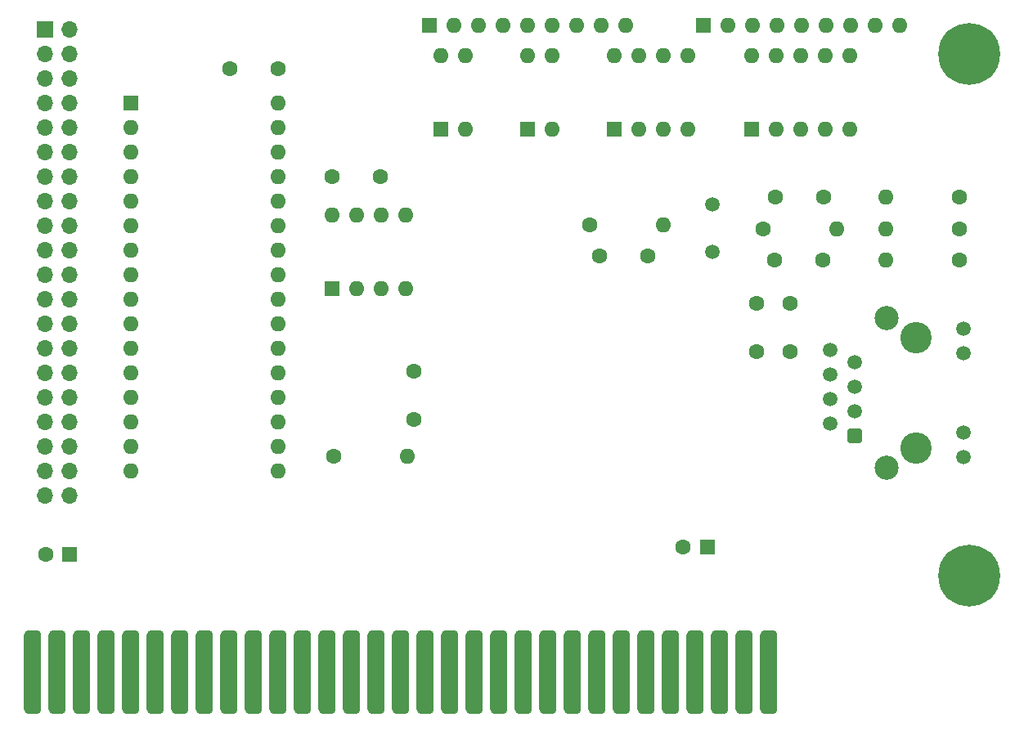
<source format=gbs>
G04 #@! TF.GenerationSoftware,KiCad,Pcbnew,(7.0.0)*
G04 #@! TF.CreationDate,2023-05-28T23:37:13+08:00*
G04 #@! TF.ProjectId,ISA8_Ethernet,49534138-5f45-4746-9865-726e65742e6b,1.1*
G04 #@! TF.SameCoordinates,Original*
G04 #@! TF.FileFunction,Soldermask,Bot*
G04 #@! TF.FilePolarity,Negative*
%FSLAX46Y46*%
G04 Gerber Fmt 4.6, Leading zero omitted, Abs format (unit mm)*
G04 Created by KiCad (PCBNEW (7.0.0)) date 2023-05-28 23:37:13*
%MOMM*%
%LPD*%
G01*
G04 APERTURE LIST*
G04 Aperture macros list*
%AMRoundRect*
0 Rectangle with rounded corners*
0 $1 Rounding radius*
0 $2 $3 $4 $5 $6 $7 $8 $9 X,Y pos of 4 corners*
0 Add a 4 corners polygon primitive as box body*
4,1,4,$2,$3,$4,$5,$6,$7,$8,$9,$2,$3,0*
0 Add four circle primitives for the rounded corners*
1,1,$1+$1,$2,$3*
1,1,$1+$1,$4,$5*
1,1,$1+$1,$6,$7*
1,1,$1+$1,$8,$9*
0 Add four rect primitives between the rounded corners*
20,1,$1+$1,$2,$3,$4,$5,0*
20,1,$1+$1,$4,$5,$6,$7,0*
20,1,$1+$1,$6,$7,$8,$9,0*
20,1,$1+$1,$8,$9,$2,$3,0*%
G04 Aperture macros list end*
%ADD10C,0.800000*%
%ADD11C,6.400000*%
%ADD12R,1.700000X1.700000*%
%ADD13O,1.700000X1.700000*%
%ADD14C,1.500000*%
%ADD15R,1.600000X1.600000*%
%ADD16O,1.600000X1.600000*%
%ADD17C,1.600000*%
%ADD18RoundRect,0.444500X-0.444500X-3.873500X0.444500X-3.873500X0.444500X3.873500X-0.444500X3.873500X0*%
%ADD19C,3.250000*%
%ADD20RoundRect,0.250500X0.499500X-0.499500X0.499500X0.499500X-0.499500X0.499500X-0.499500X-0.499500X0*%
%ADD21C,2.500000*%
G04 APERTURE END LIST*
D10*
X198641000Y-66040000D03*
X199343944Y-64342944D03*
X199343944Y-67737056D03*
X201041000Y-63640000D03*
D11*
X201041000Y-66040000D03*
D10*
X201041000Y-68440000D03*
X202738056Y-64342944D03*
X202738056Y-67737056D03*
X203441000Y-66040000D03*
X198641000Y-120015000D03*
X199343944Y-118317944D03*
X199343944Y-121712056D03*
X201041000Y-117615000D03*
D11*
X201041000Y-120015000D03*
D10*
X201041000Y-122415000D03*
X202738056Y-118317944D03*
X202738056Y-121712056D03*
X203441000Y-120015000D03*
D12*
X105409999Y-63499999D03*
D13*
X107949999Y-63499999D03*
X105409999Y-66039999D03*
X107949999Y-66039999D03*
X105409999Y-68579999D03*
X107949999Y-68579999D03*
X105409999Y-71119999D03*
X107949999Y-71119999D03*
X105409999Y-73659999D03*
X107949999Y-73659999D03*
X105409999Y-76199999D03*
X107949999Y-76199999D03*
X105409999Y-78739999D03*
X107949999Y-78739999D03*
X105409999Y-81279999D03*
X107949999Y-81279999D03*
X105409999Y-83819999D03*
X107949999Y-83819999D03*
X105409999Y-86359999D03*
X107949999Y-86359999D03*
X105409999Y-88899999D03*
X107949999Y-88899999D03*
X105409999Y-91439999D03*
X107949999Y-91439999D03*
X105409999Y-93979999D03*
X107949999Y-93979999D03*
X105409999Y-96519999D03*
X107949999Y-96519999D03*
X105409999Y-99059999D03*
X107949999Y-99059999D03*
X105409999Y-101599999D03*
X107949999Y-101599999D03*
X105409999Y-104139999D03*
X107949999Y-104139999D03*
X105409999Y-106679999D03*
X107949999Y-106679999D03*
X105409999Y-109219999D03*
X107949999Y-109219999D03*
X105409999Y-111759999D03*
X107949999Y-111759999D03*
D14*
X174500000Y-86475000D03*
X174500000Y-81595000D03*
D15*
X114299999Y-71119999D03*
D16*
X114299999Y-73659999D03*
X114299999Y-76199999D03*
X114299999Y-78739999D03*
X114299999Y-81279999D03*
X114299999Y-83819999D03*
X114299999Y-86359999D03*
X114299999Y-88899999D03*
X114299999Y-91439999D03*
X114299999Y-93979999D03*
X114299999Y-96519999D03*
X114299999Y-99059999D03*
X114299999Y-101599999D03*
X114299999Y-104139999D03*
X114299999Y-106679999D03*
X114299999Y-109219999D03*
X129539999Y-109219999D03*
X129539999Y-106679999D03*
X129539999Y-104139999D03*
X129539999Y-101599999D03*
X129539999Y-99059999D03*
X129539999Y-96519999D03*
X129539999Y-93979999D03*
X129539999Y-91439999D03*
X129539999Y-88899999D03*
X129539999Y-86359999D03*
X129539999Y-83819999D03*
X129539999Y-81279999D03*
X129539999Y-78739999D03*
X129539999Y-76199999D03*
X129539999Y-73659999D03*
X129539999Y-71119999D03*
D15*
X135137999Y-90299999D03*
D16*
X137677999Y-90299999D03*
X140217999Y-90299999D03*
X142757999Y-90299999D03*
X142757999Y-82679999D03*
X140217999Y-82679999D03*
X137677999Y-82679999D03*
X135137999Y-82679999D03*
D17*
X162800000Y-86950000D03*
X167800000Y-86950000D03*
X135081000Y-78700000D03*
X140081000Y-78700000D03*
X135255000Y-107696000D03*
D16*
X142874999Y-107695999D03*
D17*
X179690000Y-84100000D03*
D16*
X187309999Y-84099999D03*
D17*
X129500000Y-67500000D03*
X124500000Y-67500000D03*
D15*
X173499999Y-62999999D03*
D16*
X176039999Y-62999999D03*
X178579999Y-62999999D03*
X181119999Y-62999999D03*
X183659999Y-62999999D03*
X186199999Y-62999999D03*
X188739999Y-62999999D03*
X191279999Y-62999999D03*
X193819999Y-62999999D03*
D15*
X155364999Y-73799999D03*
D16*
X157904999Y-73799999D03*
X157904999Y-66179999D03*
X155364999Y-66179999D03*
D15*
X164314999Y-73799999D03*
D16*
X166854999Y-73799999D03*
X169394999Y-73799999D03*
X171934999Y-73799999D03*
X171934999Y-66179999D03*
X169394999Y-66179999D03*
X166854999Y-66179999D03*
X164314999Y-66179999D03*
D15*
X178539999Y-73799999D03*
D16*
X181079999Y-73799999D03*
X183619999Y-73799999D03*
X186159999Y-73799999D03*
X188699999Y-73799999D03*
X188699999Y-66179999D03*
X186159999Y-66179999D03*
X183619999Y-66179999D03*
X181079999Y-66179999D03*
X178539999Y-66179999D03*
D15*
X146383999Y-73799999D03*
D16*
X148923999Y-73799999D03*
X148923999Y-66179999D03*
X146383999Y-66179999D03*
D17*
X200000000Y-87350000D03*
D16*
X192379999Y-87349999D03*
D17*
X179000000Y-96800000D03*
X179000000Y-91800000D03*
X200000000Y-80850000D03*
D16*
X192379999Y-80849999D03*
D17*
X185900000Y-87350000D03*
X180900000Y-87350000D03*
X185950000Y-80850000D03*
X180950000Y-80850000D03*
D18*
X180340000Y-129984500D03*
X177800000Y-129984500D03*
X175260000Y-129984500D03*
X172720000Y-129984500D03*
X170180000Y-129984500D03*
X167640000Y-129984500D03*
X165100000Y-129984500D03*
X162560000Y-129984500D03*
X160020000Y-129984500D03*
X157480000Y-129984500D03*
X154940000Y-129984500D03*
X152400000Y-129984500D03*
X149860000Y-129984500D03*
X147320000Y-129984500D03*
X144780000Y-129984500D03*
X142240000Y-129984500D03*
X139700000Y-129984500D03*
X137160000Y-129984500D03*
X134620000Y-129984500D03*
X132080000Y-129984500D03*
X129540000Y-129984500D03*
X127000000Y-129984500D03*
X124460000Y-129984500D03*
X121920000Y-129984500D03*
X119380000Y-129984500D03*
X116840000Y-129984500D03*
X114300000Y-129984500D03*
X111760000Y-129984500D03*
X109220000Y-129984500D03*
X106680000Y-129984500D03*
X104140000Y-129984500D03*
D17*
X143550000Y-103846000D03*
X143550000Y-98846000D03*
X200000000Y-84100000D03*
D16*
X192379999Y-84099999D03*
D17*
X182500000Y-96800000D03*
X182500000Y-91800000D03*
D19*
X195590000Y-106807000D03*
X195590000Y-95377000D03*
D20*
X189230000Y-105532000D03*
D14*
X186690000Y-104272000D03*
X189230000Y-102992000D03*
X186690000Y-101732000D03*
X189230000Y-100452000D03*
X186690000Y-99192000D03*
X189230000Y-97912000D03*
X186690000Y-96652000D03*
X200490000Y-107717000D03*
X200490000Y-105177000D03*
X200490000Y-97007000D03*
X200490000Y-94467000D03*
D21*
X192540000Y-108837000D03*
X192540000Y-93347000D03*
D15*
X145178999Y-62999999D03*
D16*
X147718999Y-62999999D03*
X150258999Y-62999999D03*
X152798999Y-62999999D03*
X155338999Y-62999999D03*
X157878999Y-62999999D03*
X160418999Y-62999999D03*
X162958999Y-62999999D03*
X165498999Y-62999999D03*
D15*
X173937625Y-117049999D03*
D17*
X171437626Y-117050000D03*
D15*
X107949999Y-117855999D03*
D17*
X105450000Y-117856000D03*
X161790000Y-83700000D03*
D16*
X169409999Y-83699999D03*
M02*

</source>
